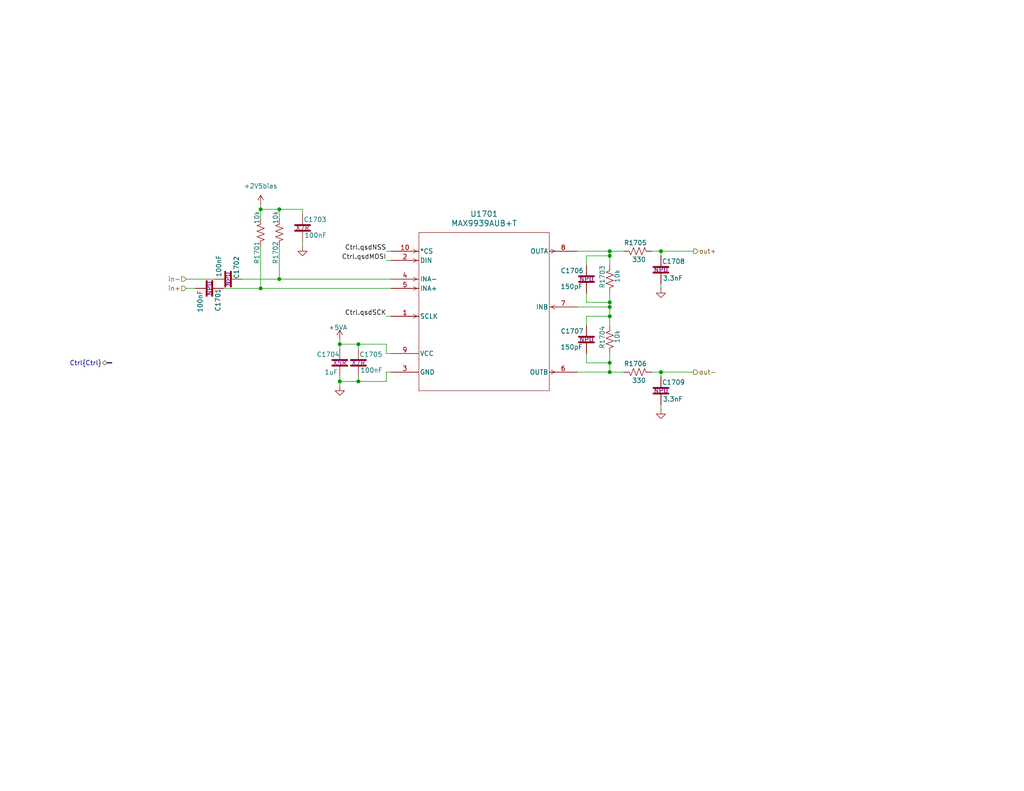
<source format=kicad_sch>
(kicad_sch (version 20250114) (generator "eeschema") (generator_version "9.0")
  (paper "USLetter")
  (title_block (company "WB7NAB") (comment 1 "Alan Mimms"))
  (lib_symbols
    (symbol "Device:C" (pin_numbers (hide yes)) (pin_names (offset 0.254))
      (property "Reference" "C" (at 0.635 2.54 0))
      (property "Value" "C" (at 0.635 -2.54 0))
      (symbol "C_0_1"
        (polyline (pts (xy -2.032 0.762) (xy 2.032 0.762)) (stroke (width 0.508)))
        (polyline (pts (xy -2.032 -0.762) (xy 2.032 -0.762)) (stroke (width 0.508)))
      )
      (symbol "C_1_1"
        (pin passive line (at 0 3.81 270) (length 2.794) (name "~") (number "1"))
        (pin passive line (at 0 -3.81 90) (length 2.794) (name "~") (number "2"))
      )
    )
    (symbol "Device:R_US" (pin_numbers (hide yes)) (pin_names (offset 0))
      (property "Reference" "R" (at 2.54 0 90))
      (property "Value" "R_US" (at -2.54 0 90))
      (symbol "R_US_0_1"
        (polyline (pts (xy 0 2.286) (xy 0 2.54)))
        (polyline (pts (xy 0 2.286) (xy 1.016 1.905) (xy 0 1.524) (xy -1.016 1.143) (xy 0 0.762)))
        (polyline (pts (xy 0 0.762) (xy 1.016 0.381) (xy 0 0) (xy -1.016 -0.381) (xy 0 -0.762)))
        (polyline (pts (xy 0 -0.762) (xy 1.016 -1.143) (xy 0 -1.524) (xy -1.016 -1.905) (xy 0 -2.286)))
        (polyline (pts (xy 0 -2.286) (xy 0 -2.54)))
      )
      (symbol "R_US_1_1"
        (pin passive line (at 0 3.81 270) (length 1.27) (name "~") (number "1"))
        (pin passive line (at 0 -3.81 90) (length 1.27) (name "~") (number "2"))
      )
    )
    (symbol "Library:MAX9939AUB+T" (pin_names (offset 0.254))
      (property "Reference" "U1403" (at 25.4 10.16 0))
      (property "Value" "MAX9939AUB+T" (at 25.4 7.62 0))
      (symbol "MAX9939AUB+T_0_1"
        (polyline (pts (xy 7.0993 0) (xy 6.0579 0.5207)) (stroke (width 0.127)))
        (polyline (pts (xy 7.0993 0) (xy 6.0579 -0.5207)) (stroke (width 0.127)))
        (polyline (pts (xy 7.0993 -2.54) (xy 6.0579 -2.0193)) (stroke (width 0.127)))
        (polyline (pts (xy 7.0993 -2.54) (xy 6.0579 -3.0607)) (stroke (width 0.127)))
        (polyline (pts (xy 7.0993 -7.62) (xy 6.0579 -7.0993)) (stroke (width 0.127)))
        (polyline (pts (xy 7.0993 -7.62) (xy 6.0579 -8.1407)) (stroke (width 0.127)))
        (polyline (pts (xy 7.0993 -10.16) (xy 6.0579 -9.6393)) (stroke (width 0.127)))
        (polyline (pts (xy 7.0993 -10.16) (xy 6.0579 -10.6807)) (stroke (width 0.127)))
        (polyline (pts (xy 7.0993 -17.78) (xy 6.0579 -17.2593)) (stroke (width 0.127)))
        (polyline (pts (xy 7.0993 -17.78) (xy 6.0579 -18.3007)) (stroke (width 0.127)))
        (polyline (pts (xy 7.62 5.08) (xy 7.62 -38.1)) (stroke (width 0.127)))
        (polyline (pts (xy 7.62 -38.1) (xy 43.18 -38.1)) (stroke (width 0.127)))
        (polyline (pts (xy 43.18 5.08) (xy 7.62 5.08)) (stroke (width 0.127)))
        (polyline (pts (xy 43.18 -38.1) (xy 43.18 5.08)) (stroke (width 0.127)))
        (polyline (pts (xy 43.7007 0.5207) (xy 44.7421 0)) (stroke (width 0.127)))
        (polyline (pts (xy 43.7007 -0.5207) (xy 44.7421 0)) (stroke (width 0.127)))
        (polyline (pts (xy 43.7007 -15.24) (xy 44.7421 -14.7193)) (stroke (width 0.127)))
        (polyline (pts (xy 43.7007 -15.24) (xy 44.7421 -15.7607)) (stroke (width 0.127)))
        (polyline (pts (xy 43.7007 -32.4993) (xy 44.7421 -33.02)) (stroke (width 0.127)))
        (polyline (pts (xy 43.7007 -33.5407) (xy 44.7421 -33.02)) (stroke (width 0.127)))
        (pin input line (at 0 0 0) (length 7.62) (name "*CS") (number "10"))
        (pin input line (at 0 -2.54 0) (length 7.62) (name "DIN") (number "2"))
        (pin input line (at 0 -7.62 0) (length 7.62) (name "INA-") (number "4"))
        (pin input line (at 0 -10.16 0) (length 7.62) (name "INA+") (number "5"))
        (pin input line (at 0 -17.78 0) (length 7.62) (name "SCLK") (number "1"))
        (pin power_in line (at 0 -27.94 0) (length 7.62) (name "VCC") (number "9"))
        (pin power_in line (at 0 -33.02 0) (length 7.62) (name "GND") (number "3"))
        (pin output line (at 50.8 0 180) (length 7.62) (name "OUTA") (number "8"))
        (pin input line (at 50.8 -15.24 180) (length 7.62) (name "INB") (number "7"))
        (pin output line (at 50.8 -33.02 180) (length 7.62) (name "OUTB") (number "6"))
      )
    )
    (symbol "power:+1V35" (power) (pin_numbers (hide yes)) (pin_names (offset 0) (hide yes))
      (property "Value" "+1V35" (at 0 3.556 0))
      (symbol "+1V35_0_1"
        (polyline (pts (xy -0.762 1.27) (xy 0 2.54)))
        (polyline (pts (xy 0 2.54) (xy 0.762 1.27)))
        (polyline (pts (xy 0 0) (xy 0 2.54)))
      )
      (symbol "+1V35_1_1"
        (pin power_in line (at 0 0 90) (length 0) (name "~") (number "1"))
      )
    )
    (symbol "power:+5VA" (power) (pin_numbers (hide yes)) (pin_names (offset 0) (hide yes))
      (property "Value" "+5VA" (at 0 3.556 0))
      (symbol "+5VA_0_1"
        (polyline (pts (xy -0.762 1.27) (xy 0 2.54)))
        (polyline (pts (xy 0 2.54) (xy 0.762 1.27)))
        (polyline (pts (xy 0 0) (xy 0 2.54)))
      )
      (symbol "+5VA_1_1"
        (pin power_in line (at 0 0 90) (length 0) (name "~") (number "1"))
      )
    )
    (symbol "power:GND" (power) (pin_numbers (hide yes)) (pin_names (offset 0) (hide yes))
      (property "Value" "GND" (at 0 -3.81 0))
      (symbol "GND_0_1"
        (polyline (pts (xy 0 0) (xy 0 -1.27) (xy 1.27 -1.27) (xy 0 -2.54) (xy -1.27 -1.27) (xy 0 -1.27)))
      )
      (symbol "GND_1_1"
        (pin power_in line (at 0 0 270) (length 0) (name "~") (number "1"))
      )
    )
  )
  (junction (at 166.37 68.58))
  (junction (at 71.12 57.15))
  (junction (at 180.34 101.6))
  (junction (at 180.34 68.58))
  (junction (at 166.37 69.85))
  (junction (at 92.71 93.98))
  (junction (at 166.37 86.36))
  (junction (at 166.37 82.55))
  (junction (at 166.37 83.82))
  (junction (at 76.2 76.2))
  (junction (at 92.71 104.14))
  (junction (at 97.79 104.14))
  (junction (at 71.12 78.74))
  (junction (at 166.37 101.6))
  (junction (at 76.2 57.15))
  (junction (at 166.37 99.06))
  (junction (at 97.79 93.98))
  (bus (pts (xy 29.21 99.06) (xy 30.48 99.06)))
  (wire (pts (xy 92.71 93.98) (xy 92.71 95.25)))
  (wire (pts (xy 180.34 68.58) (xy 189.23 68.58)))
  (wire (pts (xy 160.02 96.52) (xy 160.02 99.06)))
  (wire (pts (xy 105.41 101.6) (xy 106.68 101.6)))
  (wire (pts (xy 166.37 80.01) (xy 166.37 82.55)))
  (wire (pts (xy 105.41 101.6) (xy 105.41 104.14)))
  (wire (pts (xy 76.2 76.2) (xy 106.68 76.2)))
  (wire (pts (xy 71.12 57.15) (xy 76.2 57.15)))
  (wire (pts (xy 166.37 101.6) (xy 170.18 101.6)))
  (wire (pts (xy 71.12 78.74) (xy 106.68 78.74)))
  (wire (pts (xy 160.02 69.85) (xy 166.37 69.85)))
  (wire (pts (xy 105.41 96.52) (xy 105.41 93.98)))
  (wire (pts (xy 105.41 93.98) (xy 97.79 93.98)))
  (wire (pts (xy 166.37 83.82) (xy 166.37 86.36)))
  (wire (pts (xy 97.79 93.98) (xy 97.79 95.25)))
  (wire (pts (xy 66.04 76.2) (xy 76.2 76.2)))
  (wire (pts (xy 157.48 83.82) (xy 166.37 83.82)))
  (wire (pts (xy 160.02 80.01) (xy 160.02 82.55)))
  (wire (pts (xy 157.48 101.6) (xy 166.37 101.6)))
  (wire (pts (xy 82.55 66.04) (xy 82.55 67.31)))
  (wire (pts (xy 105.41 96.52) (xy 106.68 96.52)))
  (wire (pts (xy 160.02 88.9) (xy 160.02 86.36)))
  (wire (pts (xy 92.71 104.14) (xy 92.71 105.41)))
  (wire (pts (xy 180.34 110.49) (xy 180.34 111.76)))
  (wire (pts (xy 71.12 55.88) (xy 71.12 57.15)))
  (wire (pts (xy 166.37 86.36) (xy 166.37 88.9)))
  (wire (pts (xy 166.37 68.58) (xy 166.37 69.85)))
  (wire (pts (xy 60.96 78.74) (xy 71.12 78.74)))
  (wire (pts (xy 82.55 58.42) (xy 82.55 57.15)))
  (wire (pts (xy 71.12 67.31) (xy 71.12 78.74)))
  (wire (pts (xy 76.2 57.15) (xy 76.2 59.69)))
  (wire (pts (xy 160.02 99.06) (xy 166.37 99.06)))
  (wire (pts (xy 160.02 86.36) (xy 166.37 86.36)))
  (wire (pts (xy 105.41 86.36) (xy 106.68 86.36)))
  (wire (pts (xy 177.8 68.58) (xy 180.34 68.58)))
  (wire (pts (xy 157.48 68.58) (xy 166.37 68.58)))
  (wire (pts (xy 92.71 93.98) (xy 97.79 93.98)))
  (wire (pts (xy 50.8 76.2) (xy 58.42 76.2)))
  (wire (pts (xy 105.41 71.12) (xy 106.68 71.12)))
  (wire (pts (xy 160.02 72.39) (xy 160.02 69.85)))
  (wire (pts (xy 92.71 93.98) (xy 92.71 92.71)))
  (wire (pts (xy 160.02 82.55) (xy 166.37 82.55)))
  (wire (pts (xy 166.37 68.58) (xy 170.18 68.58)))
  (wire (pts (xy 76.2 57.15) (xy 82.55 57.15)))
  (wire (pts (xy 92.71 102.87) (xy 92.71 104.14)))
  (wire (pts (xy 180.34 101.6) (xy 180.34 102.87)))
  (wire (pts (xy 180.34 68.58) (xy 180.34 69.85)))
  (wire (pts (xy 166.37 96.52) (xy 166.37 99.06)))
  (wire (pts (xy 166.37 69.85) (xy 166.37 72.39)))
  (wire (pts (xy 92.71 104.14) (xy 97.79 104.14)))
  (wire (pts (xy 166.37 82.55) (xy 166.37 83.82)))
  (wire (pts (xy 97.79 102.87) (xy 97.79 104.14)))
  (wire (pts (xy 180.34 77.47) (xy 180.34 78.74)))
  (wire (pts (xy 177.8 101.6) (xy 180.34 101.6)))
  (wire (pts (xy 180.34 101.6) (xy 189.23 101.6)))
  (wire (pts (xy 50.8 78.74) (xy 53.34 78.74)))
  (wire (pts (xy 105.41 68.58) (xy 106.68 68.58)))
  (wire (pts (xy 166.37 99.06) (xy 166.37 101.6)))
  (wire (pts (xy 71.12 57.15) (xy 71.12 59.69)))
  (wire (pts (xy 105.41 104.14) (xy 97.79 104.14)))
  (wire (pts (xy 76.2 67.31) (xy 76.2 76.2)))
  (label "Ctrl.qsdSCK" (at 105.41 86.36 180))
  (label "Ctrl.qsdNSS" (at 105.41 68.58 180))
  (label "Ctrl.qsdMOSI" (at 105.41 71.12 180))
  (hierarchical_label "in+" (shape input) (at 50.8 78.74 180))
  (hierarchical_label "in-" (shape input) (at 50.8 76.2 180))
  (hierarchical_label "out+" (shape output) (at 189.23 68.58 0))
  (hierarchical_label "Ctrl{Ctrl}" (shape bidirectional) (at 29.21 99.06 180))
  (hierarchical_label "out-" (shape output) (at 189.23 101.6 0))
  (symbol (lib_id "Device:R_US") (at 166.37 76.2 0) (mirror y) (unit 1)
    (property "Reference" "R1403" (at 164.338 78.74 90) (effects (justify left)))
    (property "Value" "10k" (at 168.402 77.216 90) (effects (justify left)))
    (property "Footprint" "Resistor_SMD:R_0402_1005Metric" (effects (hide yes)))
    (property "Description" "Resistor, US symbol" (effects (hide yes)))
    (instances (project "NexRx" (path "" (reference "R1703") (unit 1)) (path "" (reference "R1403") (unit 1)) (path "" (reference "R1603") (unit 1)) (path "" (reference "R1903") (unit 1)) (path "" (reference "R1503") (unit 1)) (path "" (reference "R1803") (unit 1))))
  )
  (symbol (lib_id "Device:C") (at 180.34 73.66 0) (unit 1)
    (property "Reference" "C1408" (at 180.594 71.374 0) (effects (justify left)))
    (property "Value" "3.3nF" (at 180.848 75.946 0) (effects (justify left)))
    (property "Footprint" "Capacitor_SMD:C_0603_1608Metric" (effects (hide yes)))
    (property "Description" "Unpolarized capacitor" (effects (hide yes)))
    (property "cap-type" "NP0" (at 180.34 73.66 0))
    (property "working-voltage" "25V" (effects (hide yes)))
    (property "Manufacturer_Name" "TDK" (effects (hide yes)))
    (property "Manufacturer_Part_Number" "C1608C0G1H332J080AE" (effects (hide yes)))
    (property "Mouser Part Number" "810-C1608C0G1H332J08" (effects (hide yes)))
    (instances (project "NexRx" (path "" (reference "C1708") (unit 1)) (path "" (reference "C1408") (unit 1)) (path "" (reference "C1608") (unit 1)) (path "" (reference "C1908") (unit 1)) (path "" (reference "C1508") (unit 1)) (path "" (reference "C1808") (unit 1))))
  )
  (symbol (lib_id "Device:R_US") (at 173.99 101.6 90) (mirror x) (unit 1)
    (property "Reference" "R1406" (at 176.53 99.314 90) (effects (justify left)))
    (property "Value" "330" (at 176.276 103.886 90) (effects (justify left)))
    (property "Footprint" "Resistor_SMD:R_0603_1608Metric" (effects (hide yes)))
    (property "Description" "Resistor, US symbol" (effects (hide yes)))
    (instances (project "NexRx" (path "" (reference "R1706") (unit 1)) (path "" (reference "R1406") (unit 1)) (path "" (reference "R1606") (unit 1)) (path "" (reference "R1906") (unit 1)) (path "" (reference "R1506") (unit 1)) (path "" (reference "R1806") (unit 1))))
  )
  (symbol (lib_id "power:GND") (at 92.71 105.41 0) (unit 1)
    (property "Reference" "#PWR01404" (effects (hide yes)))
    (property "Value" "GND" (effects (hide yes)))
    (property "Description" "Power symbol creates a global label with name \"GND\" , ground" (effects (hide yes)))
    (instances (project "NexRx" (path "" (reference "#PWR01704") (unit 1)) (path "" (reference "#PWR01404") (unit 1)) (path "" (reference "#PWR01604") (unit 1)) (path "" (reference "#PWR01904") (unit 1)) (path "" (reference "#PWR01504") (unit 1)) (path "" (reference "#PWR01804") (unit 1))))
  )
  (symbol (lib_id "Device:C") (at 160.02 76.2 0) (mirror y) (unit 1)
    (property "Reference" "C1406" (at 159.258 73.914 0) (effects (justify left)))
    (property "Value" "150pF" (at 159.004 78.232 0) (effects (justify left)))
    (property "Footprint" "Capacitor_SMD:C_0603_1608Metric" (effects (hide yes)))
    (property "Description" "Unpolarized capacitor" (effects (hide yes)))
    (property "cap-type" "NP0" (at 160.02 76.2 0))
    (property "working-voltage" "50V" (effects (hide yes)))
    (property "Manufacturer_Name" "Kyocera AVX" (effects (hide yes)))
    (property "Manufacturer_Part_Number" "06033A151FAT2A" (effects (hide yes)))
    (property "Mouser Part Number" "581-06033A151FAT2A" (effects (hide yes)))
    (instances (project "NexRx" (path "" (reference "C1706") (unit 1)) (path "" (reference "C1406") (unit 1)) (path "" (reference "C1606") (unit 1)) (path "" (reference "C1906") (unit 1)) (path "" (reference "C1506") (unit 1)) (path "" (reference "C1806") (unit 1))))
  )
  (symbol (lib_id "Device:C") (at 160.02 92.71 0) (mirror y) (unit 1)
    (property "Reference" "C1407" (at 159.258 90.424 0) (effects (justify left)))
    (property "Value" "150pF" (at 159.004 94.742 0) (effects (justify left)))
    (property "Footprint" "Capacitor_SMD:C_0603_1608Metric" (effects (hide yes)))
    (property "Description" "Unpolarized capacitor" (effects (hide yes)))
    (property "cap-type" "NP0" (at 160.02 92.71 0))
    (property "working-voltage" "50V" (effects (hide yes)))
    (property "Manufacturer_Name" "Kyocera AVX" (effects (hide yes)))
    (property "Manufacturer_Part_Number" "06033A151FAT2A" (effects (hide yes)))
    (property "Mouser Part Number" "581-06033A151FAT2A" (effects (hide yes)))
    (instances (project "NexRx" (path "" (reference "C1707") (unit 1)) (path "" (reference "C1407") (unit 1)) (path "" (reference "C1607") (unit 1)) (path "" (reference "C1907") (unit 1)) (path "" (reference "C1507") (unit 1)) (path "" (reference "C1807") (unit 1))))
  )
  (symbol (lib_id "Device:C") (at 180.34 106.68 0) (unit 1)
    (property "Reference" "C1409" (at 180.594 104.394 0) (effects (justify left)))
    (property "Value" "3.3nF" (at 180.848 108.966 0) (effects (justify left)))
    (property "Footprint" "Capacitor_SMD:C_0603_1608Metric" (effects (hide yes)))
    (property "Description" "Unpolarized capacitor" (effects (hide yes)))
    (property "cap-type" "NP0" (at 180.34 106.68 0))
    (property "working-voltage" "25V" (effects (hide yes)))
    (property "Manufacturer_Name" "TDK" (effects (hide yes)))
    (property "Manufacturer_Part_Number" "C1608C0G1H332J080AE" (effects (hide yes)))
    (property "Mouser Part Number" "810-C1608C0G1H332J08" (effects (hide yes)))
    (instances (project "NexRx" (path "" (reference "C1709") (unit 1)) (path "" (reference "C1409") (unit 1)) (path "" (reference "C1609") (unit 1)) (path "" (reference "C1909") (unit 1)) (path "" (reference "C1509") (unit 1)) (path "" (reference "C1809") (unit 1))))
  )
  (symbol (lib_id "Device:R_US") (at 71.12 63.5 0) (mirror y) (unit 1)
    (property "Reference" "R1401" (at 70.104 72.136 90) (effects (justify left)))
    (property "Value" "10k" (at 70.104 61.214 90) (effects (justify left)))
    (property "Footprint" "Resistor_SMD:R_0402_1005Metric" (effects (hide yes)))
    (property "Description" "Resistor, US symbol" (effects (hide yes)))
    (instances (project "NexRx" (path "" (reference "R1701") (unit 1)) (path "" (reference "R1401") (unit 1)) (path "" (reference "R1601") (unit 1)) (path "" (reference "R1901") (unit 1)) (path "" (reference "R1501") (unit 1)) (path "" (reference "R1801") (unit 1))))
  )
  (symbol (lib_id "power:+1V35") (at 71.12 55.88 0) (unit 1)
    (property "Reference" "#PWR01401" (effects (hide yes)))
    (property "Value" "+2V5bias" (at 71.12 50.8 0))
    (property "Description" "Power symbol creates a global label with name \"+2V5bias\"" (effects (hide yes)))
    (instances (project "NexRx" (path "" (reference "#PWR01701") (unit 1)) (path "" (reference "#PWR01401") (unit 1)) (path "" (reference "#PWR01601") (unit 1)) (path "" (reference "#PWR01901") (unit 1)) (path "" (reference "#PWR01501") (unit 1)) (path "" (reference "#PWR01801") (unit 1))))
  )
  (symbol (lib_id "Device:R_US") (at 166.37 92.71 0) (mirror y) (unit 1)
    (property "Reference" "R1404" (at 164.338 95.25 90) (effects (justify left)))
    (property "Value" "10k" (at 168.402 93.726 90) (effects (justify left)))
    (property "Footprint" "Resistor_SMD:R_0402_1005Metric" (effects (hide yes)))
    (property "Description" "Resistor, US symbol" (effects (hide yes)))
    (instances (project "NexRx" (path "" (reference "R1704") (unit 1)) (path "" (reference "R1404") (unit 1)) (path "" (reference "R1604") (unit 1)) (path "" (reference "R1904") (unit 1)) (path "" (reference "R1504") (unit 1)) (path "" (reference "R1804") (unit 1))))
  )
  (symbol (lib_id "Device:C") (at 97.79 99.06 0) (unit 1)
    (property "Reference" "C1405" (at 98.044 96.774 0) (effects (justify left)))
    (property "Value" "100nF" (at 98.298 101.092 0) (effects (justify left)))
    (property "Footprint" "Capacitor_SMD:C_0603_1608Metric" (effects (hide yes)))
    (property "Description" "Unpolarized capacitor" (effects (hide yes)))
    (property "cap-type" "X7R" (at 97.79 99.06 0))
    (property "working-voltage" "50V" (effects (hide yes)))
    (property "Manufacturer_Name" "Kemet" (effects (hide yes)))
    (property "Manufacturer_Part_Number" "C0805F104K1RACAUTO" (effects (hide yes)))
    (property "Mouser Part Number" "80-C0805F104K1RAUTO" (effects (hide yes)))
    (instances (project "NexRx" (path "" (reference "C1705") (unit 1)) (path "" (reference "C1405") (unit 1)) (path "" (reference "C1605") (unit 1)) (path "" (reference "C1905") (unit 1)) (path "" (reference "C1505") (unit 1)) (path "" (reference "C1805") (unit 1))))
  )
  (symbol (lib_id "Device:C") (at 62.23 76.2 270) (mirror x) (unit 1)
    (property "Reference" "C1402" (at 64.516 76.2 0) (effects (justify left)))
    (property "Value" "100nF" (at 59.69 75.692 0) (effects (justify left)))
    (property "Footprint" "Capacitor_SMD:C_1206_3216Metric" (effects (hide yes)))
    (property "Description" "Unpolarized capacitor" (effects (hide yes)))
    (property "cap-type" "NP0" (at 62.23 76.2 0))
    (property "working-voltage" "50V" (effects (hide yes)))
    (property "Manufacturer_Name" "Murata" (effects (hide yes)))
    (property "Manufacturer_Part_Number" "GRM31C5C2A104JA01L" (effects (hide yes)))
    (property "Mouser Part Number" "81-GRM31C5C2A104JA1L " (effects (hide yes)))
    (instances (project "NexRx" (path "" (reference "C1702") (unit 1)) (path "" (reference "C1402") (unit 1)) (path "" (reference "C1602") (unit 1)) (path "" (reference "C1902") (unit 1)) (path "" (reference "C1502") (unit 1)) (path "" (reference "C1802") (unit 1))))
  )
  (symbol (lib_id "power:GND") (at 82.55 67.31 0) (unit 1)
    (property "Reference" "#PWR01402" (effects (hide yes)))
    (property "Value" "GND" (effects (hide yes)))
    (property "Description" "Power symbol creates a global label with name \"GND\" , ground" (effects (hide yes)))
    (instances (project "NexRx" (path "" (reference "#PWR01702") (unit 1)) (path "" (reference "#PWR01402") (unit 1)) (path "" (reference "#PWR01602") (unit 1)) (path "" (reference "#PWR01902") (unit 1)) (path "" (reference "#PWR01502") (unit 1)) (path "" (reference "#PWR01802") (unit 1))))
  )
  (symbol (lib_id "power:+5VA") (at 92.71 92.71 0) (unit 1)
    (property "Reference" "#PWR01403" (effects (hide yes)))
    (property "Value" "+5VA" (at 92.202 89.408 0))
    (property "Description" "Power symbol creates a global label with name \"+5VA\"" (effects (hide yes)))
    (instances (project "NexRx" (path "" (reference "#PWR01703") (unit 1)) (path "" (reference "#PWR01403") (unit 1)) (path "" (reference "#PWR01603") (unit 1)) (path "" (reference "#PWR01903") (unit 1)) (path "" (reference "#PWR01503") (unit 1)) (path "" (reference "#PWR01803") (unit 1))))
  )
  (symbol (lib_id "Device:R_US") (at 173.99 68.58 90) (mirror x) (unit 1)
    (property "Reference" "R1405" (at 176.53 66.294 90) (effects (justify left)))
    (property "Value" "330" (at 176.276 70.866 90) (effects (justify left)))
    (property "Footprint" "Resistor_SMD:R_0603_1608Metric" (effects (hide yes)))
    (property "Description" "Resistor, US symbol" (effects (hide yes)))
    (instances (project "NexRx" (path "" (reference "R1705") (unit 1)) (path "" (reference "R1405") (unit 1)) (path "" (reference "R1605") (unit 1)) (path "" (reference "R1905") (unit 1)) (path "" (reference "R1505") (unit 1)) (path "" (reference "R1805") (unit 1))))
  )
  (symbol (lib_id "Device:C") (at 57.15 78.74 270) (unit 1)
    (property "Reference" "C1401" (at 59.436 78.74 0) (effects (justify left)))
    (property "Value" "100nF" (at 54.61 79.248 0) (effects (justify left)))
    (property "Footprint" "Capacitor_SMD:C_1206_3216Metric" (effects (hide yes)))
    (property "Description" "Unpolarized capacitor" (effects (hide yes)))
    (property "cap-type" "NP0" (at 57.15 78.74 0))
    (property "working-voltage" "50V" (effects (hide yes)))
    (property "Manufacturer_Name" "Murata" (effects (hide yes)))
    (property "Manufacturer_Part_Number" "GRM31C5C2A104JA01L" (effects (hide yes)))
    (property "Mouser Part Number" "81-GRM31C5C2A104JA1L " (effects (hide yes)))
    (instances (project "NexRx" (path "" (reference "C1701") (unit 1)) (path "" (reference "C1401") (unit 1)) (path "" (reference "C1601") (unit 1)) (path "" (reference "C1901") (unit 1)) (path "" (reference "C1501") (unit 1)) (path "" (reference "C1801") (unit 1))))
  )
  (symbol (lib_id "power:GND") (at 180.34 78.74 0) (unit 1)
    (property "Reference" "#PWR01405" (effects (hide yes)))
    (property "Value" "GND" (effects (hide yes)))
    (property "Description" "Power symbol creates a global label with name \"GND\" , ground" (effects (hide yes)))
    (instances (project "NexRx" (path "" (reference "#PWR01705") (unit 1)) (path "" (reference "#PWR01405") (unit 1)) (path "" (reference "#PWR01605") (unit 1)) (path "" (reference "#PWR01905") (unit 1)) (path "" (reference "#PWR01505") (unit 1)) (path "" (reference "#PWR01805") (unit 1))))
  )
  (symbol (lib_id "Device:C") (at 92.71 99.06 0) (mirror y) (unit 1)
    (property "Reference" "C1404" (at 92.71 96.774 0) (effects (justify left)))
    (property "Value" "1uF" (at 92.202 101.6 0) (effects (justify left)))
    (property "Footprint" "Capacitor_SMD:C_0402_1005Metric" (effects (hide yes)))
    (property "Description" "Unpolarized capacitor" (effects (hide yes)))
    (property "cap-type" "X5R" (at 92.71 99.06 0))
    (property "working-voltage" "25V" (effects (hide yes)))
    (property "Manufacturer_Name" "Murata" (effects (hide yes)))
    (property "Manufacturer_Part_Number" "GRM155R61E105KE11D" (effects (hide yes)))
    (property "Mouser Part Number" "81-GRM155R61E105KE1D" (effects (hide yes)))
    (instances (project "NexRx" (path "" (reference "C1704") (unit 1)) (path "" (reference "C1404") (unit 1)) (path "" (reference "C1604") (unit 1)) (path "" (reference "C1904") (unit 1)) (path "" (reference "C1504") (unit 1)) (path "" (reference "C1804") (unit 1))))
  )
  (symbol (lib_id "Library:MAX9939AUB+T") (at 106.68 68.58 0) (unit 1)
    (property "Reference" "U1401" (at 132.08 58.42 0) (effects (font (size 1.524 1.524))))
    (property "Value" "MAX9939AUB+T" (at 132.08 60.96 0) (effects (font (size 1.524 1.524))))
    (property "Footprint" "symbols:21-0061L_MXM" (effects (hide yes)))
    (property "Datasheet" "MAX9939AUB+T" (effects (hide yes)))
    (instances (project "NexRx" (path "" (reference "U1701") (unit 1)) (path "" (reference "U1401") (unit 1)) (path "" (reference "U1601") (unit 1)) (path "" (reference "U1901") (unit 1)) (path "" (reference "U1501") (unit 1)) (path "" (reference "U1801") (unit 1))))
  )
  (symbol (lib_id "Device:R_US") (at 76.2 63.5 0) (mirror y) (unit 1)
    (property "Reference" "R1402" (at 75.184 72.136 90) (effects (justify left)))
    (property "Value" "10k" (at 75.184 61.214 90) (effects (justify left)))
    (property "Footprint" "Resistor_SMD:R_0402_1005Metric" (effects (hide yes)))
    (property "Description" "Resistor, US symbol" (effects (hide yes)))
    (instances (project "NexRx" (path "" (reference "R1702") (unit 1)) (path "" (reference "R1402") (unit 1)) (path "" (reference "R1602") (unit 1)) (path "" (reference "R1902") (unit 1)) (path "" (reference "R1502") (unit 1)) (path "" (reference "R1802") (unit 1))))
  )
  (symbol (lib_id "power:GND") (at 180.34 111.76 0) (unit 1)
    (property "Reference" "#PWR01406" (effects (hide yes)))
    (property "Value" "GND" (effects (hide yes)))
    (property "Description" "Power symbol creates a global label with name \"GND\" , ground" (effects (hide yes)))
    (instances (project "NexRx" (path "" (reference "#PWR01706") (unit 1)) (path "" (reference "#PWR01406") (unit 1)) (path "" (reference "#PWR01606") (unit 1)) (path "" (reference "#PWR01906") (unit 1)) (path "" (reference "#PWR01506") (unit 1)) (path "" (reference "#PWR01806") (unit 1))))
  )
  (symbol (lib_id "Device:C") (at 82.55 62.23 0) (unit 1)
    (property "Reference" "C1403" (at 82.804 59.944 0) (effects (justify left)))
    (property "Value" "100nF" (at 83.058 64.262 0) (effects (justify left)))
    (property "Footprint" "Capacitor_SMD:C_0603_1608Metric" (effects (hide yes)))
    (property "Description" "Unpolarized capacitor" (effects (hide yes)))
    (property "cap-type" "X7R" (at 82.55 62.23 0))
    (property "working-voltage" "50V" (effects (hide yes)))
    (property "Manufacturer_Name" "Kemet" (effects (hide yes)))
    (property "Manufacturer_Part_Number" "C0805F104K1RACAUTO" (effects (hide yes)))
    (property "Mouser Part Number" "80-C0805F104K1RAUTO" (effects (hide yes)))
    (instances (project "NexRx" (path "" (reference "C1703") (unit 1)) (path "" (reference "C1403") (unit 1)) (path "" (reference "C1603") (unit 1)) (path "" (reference "C1903") (unit 1)) (path "" (reference "C1503") (unit 1)) (path "" (reference "C1803") (unit 1))))
  )
)
</source>
